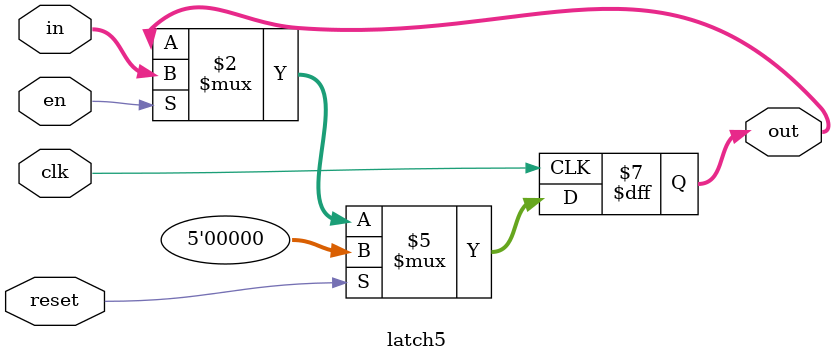
<source format=v>
module latch5(
input wire clk, 
input wire en, 
input wire reset, 	// reset sincronico con clk
input wire [4:0] in,
 
output reg [4:0] out
);



always @(posedge clk) begin
	if (reset) begin
		out <= 0;
	end
	else if (en) begin
        out <= in;
    end
end

endmodule

</source>
